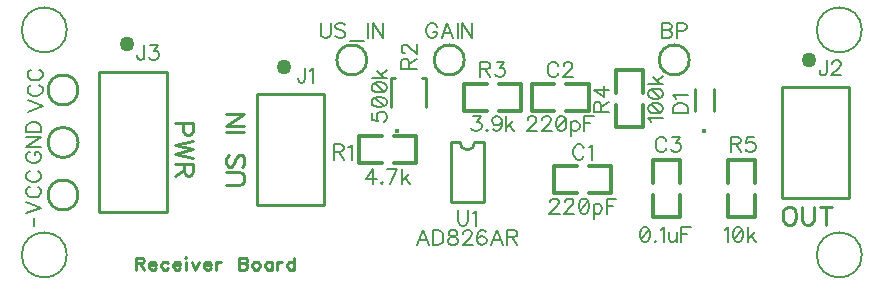
<source format=gbr>
G04 DipTrace 3.3.1.3*
G04 TopSilk.gbr*
%MOIN*%
G04 #@! TF.FileFunction,Legend,Top*
G04 #@! TF.Part,Single*
%ADD10C,0.009843*%
%ADD18C,0.005*%
%ADD20C,0.012*%
%ADD24C,0.015749*%
%ADD26C,0.049984*%
%ADD29C,0.049984*%
%ADD30C,0.015748*%
%ADD33C,0.01*%
%ADD65C,0.00772*%
%ADD66C,0.009264*%
%ADD67C,0.008749*%
%FSLAX26Y26*%
G04*
G70*
G90*
G75*
G01*
G04 TopSilk*
%LPD*%
X112500Y300000D2*
D10*
G02X112500Y300000I50000J0D01*
G01*
X2150000Y750000D2*
G02X2150000Y750000I50000J0D01*
G01*
X1800000Y395000D2*
D20*
X1874993D1*
X1800000Y305000D2*
X1874993D1*
X1915007D2*
X1990000D1*
X1915007Y395000D2*
X1990000D1*
X1800000Y305000D2*
Y395000D1*
X1990000Y305000D2*
Y395000D1*
X1725000Y670000D2*
X1799993D1*
X1725000Y580000D2*
X1799993D1*
X1840007D2*
X1915000D1*
X1840007Y670000D2*
X1915000D1*
X1725000Y580000D2*
Y670000D1*
X1915000Y580000D2*
Y670000D1*
X2130000Y225000D2*
Y299993D1*
X2220000Y225000D2*
Y299993D1*
Y340007D2*
Y415000D1*
X2130000Y340007D2*
Y415000D1*
X2220000Y225000D2*
X2130000D1*
X2220000Y415000D2*
X2130000D1*
X2268501Y581488D2*
D10*
Y652367D1*
X2331496Y581488D2*
Y652367D1*
D24*
X2299999Y512598D3*
X1400000Y750000D2*
D10*
G02X1400000Y750000I50000J0D01*
G01*
X112500Y475000D2*
G02X112500Y475000I50000J0D01*
G01*
X1033858Y635833D2*
X807480D1*
Y265748D1*
X1033858D1*
Y635833D1*
D26*
X900001Y725784D3*
X2783858Y660833D2*
D10*
X2557480D1*
Y290748D1*
X2783858D1*
Y660833D1*
D26*
X2650001Y750784D3*
X508858Y710834D2*
D10*
X282480D1*
Y242323D1*
X508858D1*
Y710834D1*
D29*
X375001Y801569D3*
X1150000Y495000D2*
D20*
X1224993D1*
X1150000Y405000D2*
X1224993D1*
X1265007D2*
X1340000D1*
X1265007Y495000D2*
X1340000D1*
X1150000Y405000D2*
Y495000D1*
X1340000Y405000D2*
Y495000D1*
X1255309Y594629D2*
D10*
Y690680D1*
X1373431Y594629D2*
X1373419Y690680D1*
X1255321D2*
X1269091Y690700D1*
X1373431Y690680D2*
X1359649Y690700D1*
D30*
X1275000Y513405D3*
X1500000Y670000D2*
D20*
X1574993D1*
X1500000Y580000D2*
X1574993D1*
X1615007D2*
X1690000D1*
X1615007Y670000D2*
X1690000D1*
X1500000Y580000D2*
Y670000D1*
X1690000Y580000D2*
Y670000D1*
X2005000Y525000D2*
Y599993D1*
X2095000Y525000D2*
Y599993D1*
Y640007D2*
Y715000D1*
X2005000Y640007D2*
Y715000D1*
X2095000Y525000D2*
X2005000D1*
X2095000Y715000D2*
X2005000D1*
X2380000Y225000D2*
Y299993D1*
X2470000Y225000D2*
Y299993D1*
Y340007D2*
Y415000D1*
X2380000Y340007D2*
Y415000D1*
X2470000Y225000D2*
X2380000D1*
X2470000Y415000D2*
X2380000D1*
X1485010Y475000D2*
D33*
G03X1534990Y475000I24990J-10D01*
G01*
X1455010Y275000D2*
X1564990D1*
X1455010D2*
Y475000D1*
X1564990Y275000D2*
Y475000D1*
X1534990D2*
X1564990D1*
X1455010D2*
X1485010D1*
X1075000Y750000D2*
D10*
G02X1075000Y750000I50000J0D01*
G01*
X112500Y650000D2*
G02X112500Y650000I50000J0D01*
G01*
X25000Y850000D2*
D18*
G02X25000Y850000I75000J0D01*
G01*
Y100001D2*
G02X25000Y100001I74999J0D01*
G01*
X2675000Y850000D2*
G02X2675000Y850000I75000J0D01*
G01*
Y100000D2*
G02X2675000Y100000I75000J0D01*
G01*
X64425Y195531D2*
D65*
Y223165D1*
X39277Y238605D2*
X89517Y257728D1*
X39277Y276851D1*
X51215Y328160D2*
X46462Y325784D1*
X41654Y320975D1*
X39277Y316222D1*
Y306660D1*
X41654Y301852D1*
X46462Y297099D1*
X51215Y294667D1*
X58400Y292290D1*
X70394D1*
X77523Y294667D1*
X82332Y297099D1*
X87085Y301852D1*
X89517Y306660D1*
Y316222D1*
X87085Y320975D1*
X82332Y325784D1*
X77523Y328160D1*
X51215Y379469D2*
X46462Y377093D1*
X41654Y372284D1*
X39277Y367531D1*
Y357970D1*
X41654Y353161D1*
X46462Y348408D1*
X51215Y345976D1*
X58400Y343600D1*
X70394D1*
X77523Y345976D1*
X82332Y348408D1*
X87085Y353161D1*
X89517Y357970D1*
Y367531D1*
X87085Y372284D1*
X82332Y377093D1*
X77523Y379469D1*
X2158787Y873223D2*
Y822983D1*
X2180342D1*
X2187527Y825415D1*
X2189904Y827792D1*
X2192280Y832545D1*
Y839730D1*
X2189904Y844538D1*
X2187527Y846915D1*
X2180342Y849291D1*
X2187527Y851723D1*
X2189904Y854100D1*
X2192280Y858853D1*
Y863661D1*
X2189904Y868415D1*
X2187527Y870846D1*
X2180342Y873223D1*
X2158787D1*
Y849291D2*
X2180342D1*
X2207720Y846915D2*
X2229275D1*
X2236405Y849291D1*
X2238836Y851723D1*
X2241213Y856476D1*
Y863661D1*
X2238836Y868415D1*
X2236405Y870846D1*
X2229275Y873223D1*
X2207720D1*
Y822983D1*
X1899219Y456285D2*
X1896842Y461038D1*
X1892034Y465846D1*
X1887280Y468223D1*
X1877719D1*
X1872910Y465846D1*
X1868157Y461038D1*
X1865725Y456285D1*
X1863349Y449100D1*
Y437106D1*
X1865725Y429977D1*
X1868157Y425168D1*
X1872910Y420415D1*
X1877719Y417983D1*
X1887280D1*
X1892034Y420415D1*
X1896842Y425168D1*
X1899219Y429977D1*
X1914658Y458606D2*
X1919466Y461038D1*
X1926651Y468168D1*
Y417983D1*
X1786385Y276048D2*
Y278424D1*
X1788761Y283233D1*
X1791138Y285609D1*
X1795947Y287986D1*
X1805508D1*
X1810261Y285609D1*
X1812638Y283233D1*
X1815070Y278424D1*
Y273671D1*
X1812638Y268863D1*
X1807885Y261733D1*
X1783953Y237801D1*
X1817446D1*
X1835317Y276048D2*
Y278424D1*
X1837694Y283233D1*
X1840071Y285609D1*
X1844879Y287986D1*
X1854441D1*
X1859194Y285609D1*
X1861571Y283233D1*
X1864002Y278424D1*
Y273671D1*
X1861571Y268863D1*
X1856817Y261733D1*
X1832886Y237801D1*
X1866379D1*
X1896188Y287986D2*
X1889003Y285609D1*
X1884195Y278424D1*
X1881818Y266486D1*
Y259301D1*
X1884195Y247363D1*
X1889003Y240178D1*
X1896188Y237801D1*
X1900941D1*
X1908127Y240178D1*
X1912880Y247363D1*
X1915312Y259301D1*
Y266486D1*
X1912880Y278424D1*
X1908127Y285609D1*
X1900941Y287986D1*
X1896188D1*
X1912880Y278424D2*
X1884195Y247363D1*
X1930751Y271295D2*
Y221055D1*
Y264110D2*
X1935559Y268863D1*
X1940312Y271295D1*
X1947497D1*
X1952306Y268863D1*
X1957059Y264110D1*
X1959491Y256925D1*
Y252116D1*
X1957059Y244986D1*
X1952306Y240178D1*
X1947497Y237801D1*
X1940312D1*
X1935559Y240178D1*
X1930751Y244986D1*
X2006047Y288041D2*
X1974930D1*
Y237801D1*
Y264110D2*
X1994053D1*
X1813469Y731285D2*
X1811092Y736038D1*
X1806284Y740846D1*
X1801530Y743223D1*
X1791969D1*
X1787160Y740846D1*
X1782407Y736038D1*
X1779975Y731285D1*
X1777599Y724100D1*
Y712106D1*
X1779975Y704977D1*
X1782407Y700168D1*
X1787160Y695415D1*
X1791969Y692983D1*
X1801530D1*
X1806284Y695415D1*
X1811092Y700168D1*
X1813469Y704977D1*
X1831340Y731230D2*
Y733606D1*
X1833716Y738415D1*
X1836093Y740791D1*
X1840901Y743168D1*
X1850463D1*
X1855216Y740791D1*
X1857593Y738415D1*
X1860025Y733606D1*
Y728853D1*
X1857593Y724045D1*
X1852840Y716915D1*
X1828908Y692983D1*
X1862401D1*
X1711385Y551048D2*
Y553424D1*
X1713761Y558233D1*
X1716138Y560609D1*
X1720947Y562986D1*
X1730508D1*
X1735261Y560609D1*
X1737638Y558233D1*
X1740070Y553424D1*
Y548671D1*
X1737638Y543863D1*
X1732885Y536733D1*
X1708953Y512801D1*
X1742446D1*
X1760317Y551048D2*
Y553424D1*
X1762694Y558233D1*
X1765071Y560609D1*
X1769879Y562986D1*
X1779441D1*
X1784194Y560609D1*
X1786571Y558233D1*
X1789002Y553424D1*
Y548671D1*
X1786571Y543863D1*
X1781817Y536733D1*
X1757886Y512801D1*
X1791379D1*
X1821188Y562986D2*
X1814003Y560609D1*
X1809195Y553424D1*
X1806818Y541486D1*
Y534301D1*
X1809195Y522363D1*
X1814003Y515178D1*
X1821188Y512801D1*
X1825941D1*
X1833127Y515178D1*
X1837880Y522363D1*
X1840312Y534301D1*
Y541486D1*
X1837880Y553424D1*
X1833127Y560609D1*
X1825941Y562986D1*
X1821188D1*
X1837880Y553424D2*
X1809195Y522363D1*
X1855751Y546295D2*
Y496055D1*
Y539110D2*
X1860559Y543863D1*
X1865312Y546295D1*
X1872497D1*
X1877306Y543863D1*
X1882059Y539110D1*
X1884491Y531925D1*
Y527116D1*
X1882059Y519986D1*
X1877306Y515178D1*
X1872497Y512801D1*
X1865312D1*
X1860559Y515178D1*
X1855751Y519986D1*
X1931047Y563041D2*
X1899930D1*
Y512801D1*
Y539110D2*
X1919053D1*
X2173469Y481285D2*
X2171092Y486038D1*
X2166284Y490846D1*
X2161530Y493223D1*
X2151969D1*
X2147160Y490846D1*
X2142407Y486038D1*
X2139975Y481285D1*
X2137599Y474100D1*
Y462106D1*
X2139975Y454977D1*
X2142407Y450168D1*
X2147160Y445415D1*
X2151969Y442983D1*
X2161530D1*
X2166284Y445415D1*
X2171092Y450168D1*
X2173469Y454977D1*
X2193716Y493168D2*
X2219969D1*
X2205655Y474045D1*
X2212840D1*
X2217593Y471668D1*
X2219969Y469291D1*
X2222401Y462106D1*
Y457353D1*
X2219969Y450168D1*
X2215216Y445360D1*
X2208031Y442983D1*
X2200846D1*
X2193716Y445360D1*
X2191340Y447792D1*
X2188908Y452545D1*
X2099631Y193168D2*
X2092446Y190791D1*
X2087638Y183606D1*
X2085261Y171668D1*
Y164483D1*
X2087638Y152545D1*
X2092446Y145360D1*
X2099631Y142983D1*
X2104385D1*
X2111570Y145360D1*
X2116323Y152545D1*
X2118755Y164483D1*
Y171668D1*
X2116323Y183606D1*
X2111570Y190791D1*
X2104385Y193168D1*
X2099631D1*
X2116323Y183606D2*
X2087638Y152545D1*
X2136571Y147792D2*
X2134194Y145360D1*
X2136571Y142983D1*
X2139002Y145360D1*
X2136571Y147792D1*
X2154442Y183606D2*
X2159250Y186038D1*
X2166435Y193168D1*
Y142983D1*
X2181874Y176476D2*
Y152545D1*
X2184251Y145415D1*
X2189059Y142983D1*
X2196244D1*
X2200998Y145415D1*
X2208183Y152545D1*
Y176476D2*
Y142983D1*
X2254739Y193223D2*
X2223622D1*
Y142983D1*
Y169291D2*
X2242745D1*
X2195278Y571702D2*
X2245518D1*
Y588449D1*
X2243086Y595634D1*
X2238333Y600443D1*
X2233525Y602819D1*
X2226395Y605196D1*
X2214402D1*
X2207217Y602819D1*
X2202463Y600443D1*
X2197655Y595634D1*
X2195278Y588449D1*
Y571702D1*
X2204895Y620635D2*
X2202463Y625443D1*
X2195334Y632628D1*
X2245518D1*
X1408879Y861285D2*
X1406502Y866038D1*
X1401693Y870846D1*
X1396940Y873223D1*
X1387379D1*
X1382570Y870846D1*
X1377817Y866038D1*
X1375385Y861285D1*
X1373009Y854100D1*
Y842106D1*
X1375385Y834977D1*
X1377817Y830168D1*
X1382570Y825415D1*
X1387379Y822983D1*
X1396940D1*
X1401693Y825415D1*
X1406502Y830168D1*
X1408879Y834977D1*
Y842106D1*
X1396940D1*
X1462620Y822983D2*
X1443441Y873223D1*
X1424318Y822983D1*
X1431503Y839730D2*
X1455435D1*
X1478059Y873223D2*
Y822983D1*
X1526991Y873223D2*
Y822983D1*
X1493498Y873223D1*
Y822983D1*
X51215Y444002D2*
X46462Y441626D1*
X41654Y436817D1*
X39277Y432064D1*
Y422503D1*
X41654Y417694D1*
X46462Y412941D1*
X51215Y410509D1*
X58400Y408133D1*
X70394D1*
X77523Y410509D1*
X82332Y412941D1*
X87085Y417694D1*
X89517Y422503D1*
Y432064D1*
X87085Y436817D1*
X82332Y441626D1*
X77524Y444002D1*
X70394D1*
Y432064D1*
X39277Y492935D2*
X89517D1*
X39277Y459442D1*
X89517D1*
X39277Y508374D2*
X89517D1*
Y525121D1*
X87085Y532306D1*
X82332Y537114D1*
X77523Y539491D1*
X70394Y541868D1*
X58400D1*
X51215Y539491D1*
X46462Y537114D1*
X41654Y532306D1*
X39277Y525121D1*
Y508374D1*
X968919Y724010D2*
Y685764D1*
X966542Y678579D1*
X964110Y676202D1*
X959357Y673770D1*
X954549D1*
X949796Y676202D1*
X947419Y678579D1*
X944987Y685764D1*
Y690517D1*
X984358Y714394D2*
X989166Y716825D1*
X996352Y723955D1*
Y673770D1*
X2708169Y749010D2*
Y710764D1*
X2705792Y703579D1*
X2703360Y701202D1*
X2698607Y698770D1*
X2693799D1*
X2689046Y701202D1*
X2686669Y703579D1*
X2684237Y710764D1*
Y715517D1*
X2726040Y737017D2*
Y739394D1*
X2728417Y744202D1*
X2730793Y746579D1*
X2735602Y748955D1*
X2745163D1*
X2749916Y746579D1*
X2752293Y744202D1*
X2754725Y739394D1*
Y734640D1*
X2752293Y729832D1*
X2747540Y722702D1*
X2723608Y698770D1*
X2757101D1*
X433169Y799798D2*
Y761551D1*
X430792Y754366D1*
X428360Y751990D1*
X423607Y749558D1*
X418799D1*
X414046Y751990D1*
X411669Y754366D1*
X409237Y761551D1*
Y766305D1*
X453417Y799743D2*
X479670D1*
X465355Y780619D1*
X472540D1*
X477293Y778243D1*
X479670Y775866D1*
X482101Y768681D1*
Y763928D1*
X479670Y756743D1*
X474916Y751934D1*
X467731Y749558D1*
X460546D1*
X453417Y751934D1*
X451040Y754366D1*
X448608Y759120D1*
X1064537Y444291D2*
X1086037D1*
X1093222Y446723D1*
X1095654Y449100D1*
X1098030Y453853D1*
Y458661D1*
X1095654Y463415D1*
X1093222Y465846D1*
X1086037Y468223D1*
X1064537D1*
Y417983D1*
X1081284Y444291D2*
X1098030Y417983D1*
X1113470Y458606D2*
X1118278Y461038D1*
X1125463Y468168D1*
Y417983D1*
X1195533Y337801D2*
Y387986D1*
X1171601Y354548D1*
X1207471D1*
X1225287Y342610D2*
X1222910Y340178D1*
X1225287Y337801D1*
X1227719Y340178D1*
X1225287Y342610D1*
X1252720Y337801D2*
X1276651Y387986D1*
X1243158D1*
X1292091Y388041D2*
Y337801D1*
X1316022Y371295D2*
X1292091Y347363D1*
X1301652Y356925D2*
X1318399Y337801D1*
X1314587Y720949D2*
Y742448D1*
X1312155Y749633D1*
X1309778Y752065D1*
X1305025Y754442D1*
X1300217D1*
X1295463Y752065D1*
X1293032Y749633D1*
X1290655Y742448D1*
Y720949D1*
X1340895D1*
X1314587Y737695D2*
X1340895Y754442D1*
X1302648Y772313D2*
X1300272D1*
X1295463Y774690D1*
X1293087Y777066D1*
X1290710Y781875D1*
Y791436D1*
X1293087Y796189D1*
X1295463Y798566D1*
X1300272Y800998D1*
X1305025D1*
X1309833Y798566D1*
X1316963Y793813D1*
X1340895Y769881D1*
Y803374D1*
X1191202Y572657D2*
Y548780D1*
X1212702Y546404D1*
X1210326Y548780D1*
X1207894Y555966D1*
Y563095D1*
X1210326Y570280D1*
X1215079Y575089D1*
X1222264Y577465D1*
X1227017D1*
X1234202Y575089D1*
X1239010Y570280D1*
X1241387Y563095D1*
Y555965D1*
X1239010Y548780D1*
X1236579Y546404D1*
X1231825Y543972D1*
X1191202Y607275D2*
X1193579Y600090D1*
X1200764Y595281D1*
X1212702Y592905D1*
X1219887D1*
X1231825Y595281D1*
X1239010Y600090D1*
X1241387Y607275D1*
Y612028D1*
X1239010Y619213D1*
X1231825Y623966D1*
X1219887Y626398D1*
X1212702D1*
X1200764Y623966D1*
X1193579Y619213D1*
X1191202Y612028D1*
Y607275D1*
X1200764Y623966D2*
X1231825Y595281D1*
X1191202Y656207D2*
X1193579Y649022D1*
X1200764Y644214D1*
X1212702Y641837D1*
X1219887D1*
X1231825Y644214D1*
X1239010Y649022D1*
X1241387Y656207D1*
Y660960D1*
X1239010Y668145D1*
X1231825Y672899D1*
X1219887Y675330D1*
X1212702D1*
X1200764Y672899D1*
X1193579Y668145D1*
X1191202Y660960D1*
Y656207D1*
X1200764Y672899D2*
X1231825Y644214D1*
X1191147Y690770D2*
X1241387D1*
X1207894Y714701D2*
X1231825Y690770D1*
X1222264Y700331D2*
X1241387Y717078D1*
X1553787Y719291D2*
X1575287D1*
X1582472Y721723D1*
X1584904Y724100D1*
X1587280Y728853D1*
Y733661D1*
X1584904Y738415D1*
X1582472Y740846D1*
X1575287Y743223D1*
X1553787D1*
Y692983D1*
X1570534Y719291D2*
X1587280Y692983D1*
X1607528Y743168D2*
X1633781D1*
X1619466Y724045D1*
X1626651D1*
X1631405Y721668D1*
X1633781Y719291D1*
X1636213Y712106D1*
Y707353D1*
X1633781Y700168D1*
X1629028Y695360D1*
X1621843Y692983D1*
X1614658D1*
X1607528Y695360D1*
X1605151Y697792D1*
X1602720Y702545D1*
X1528786Y562986D2*
X1555039D1*
X1540724Y543863D1*
X1547909D1*
X1552663Y541486D1*
X1555039Y539110D1*
X1557471Y531925D1*
Y527171D1*
X1555039Y519986D1*
X1550286Y515178D1*
X1543101Y512801D1*
X1535916D1*
X1528786Y515178D1*
X1526410Y517610D1*
X1523978Y522363D1*
X1575287Y517610D2*
X1572910Y515178D1*
X1575287Y512801D1*
X1577719Y515178D1*
X1575287Y517610D1*
X1624275Y546295D2*
X1621843Y539110D1*
X1617090Y534301D1*
X1609905Y531925D1*
X1607528D1*
X1600343Y534301D1*
X1595590Y539110D1*
X1593158Y546295D1*
Y548671D1*
X1595590Y555856D1*
X1600343Y560609D1*
X1607528Y562986D1*
X1609905D1*
X1617090Y560609D1*
X1621843Y555856D1*
X1624275Y546295D1*
Y534301D1*
X1621843Y522363D1*
X1617090Y515178D1*
X1609905Y512801D1*
X1605151D1*
X1597966Y515178D1*
X1595590Y519986D1*
X1639714Y563041D2*
Y512801D1*
X1663646Y546295D2*
X1639714Y522363D1*
X1649276Y531925D2*
X1666022Y512801D1*
X1955709Y577599D2*
Y599099D1*
X1953277Y606284D1*
X1950900Y608716D1*
X1946147Y611092D1*
X1941339D1*
X1936585Y608716D1*
X1934154Y606284D1*
X1931777Y599099D1*
Y577599D1*
X1982017D1*
X1955709Y594346D2*
X1982017Y611092D1*
Y650463D2*
X1931832D1*
X1965270Y626531D1*
Y662401D1*
X2121576Y544197D2*
X2119144Y549005D1*
X2112014Y556191D1*
X2162199Y556190D1*
X2112014Y586000D2*
X2114391Y578815D1*
X2121576Y574006D1*
X2133514Y571630D1*
X2140699D1*
X2152637Y574006D1*
X2159822Y578815D1*
X2162199Y586000D1*
Y590753D1*
X2159822Y597938D1*
X2152637Y602691D1*
X2140699Y605123D1*
X2133514D1*
X2121576Y602691D1*
X2114391Y597938D1*
X2112014Y590753D1*
Y586000D1*
X2121576Y602691D2*
X2152637Y574006D1*
X2112014Y634932D2*
X2114391Y627747D1*
X2121576Y622939D1*
X2133514Y620562D1*
X2140699D1*
X2152637Y622939D1*
X2159822Y627747D1*
X2162199Y634932D1*
Y639685D1*
X2159822Y646871D1*
X2152637Y651624D1*
X2140699Y654056D1*
X2133514D1*
X2121576Y651624D1*
X2114391Y646871D1*
X2112014Y639686D1*
Y634932D1*
X2121576Y651624D2*
X2152637Y622939D1*
X2111959Y669495D2*
X2162199D1*
X2128705Y693427D2*
X2152637Y669495D1*
X2143075Y679056D2*
X2162199Y695803D1*
X2388787Y469291D2*
X2410287D1*
X2417472Y471723D1*
X2419904Y474100D1*
X2422280Y478853D1*
Y483661D1*
X2419904Y488415D1*
X2417472Y490846D1*
X2410287Y493223D1*
X2388787D1*
Y442983D1*
X2405534Y469291D2*
X2422280Y442983D1*
X2466405Y493168D2*
X2442528D1*
X2440151Y471668D1*
X2442528Y474045D1*
X2449713Y476476D1*
X2456843D1*
X2464028Y474045D1*
X2468836Y469291D1*
X2471213Y462106D1*
Y457353D1*
X2468836Y450168D1*
X2464028Y445360D1*
X2456843Y442983D1*
X2449713D1*
X2442528Y445360D1*
X2440151Y447792D1*
X2437720Y452545D1*
X2368663Y183606D2*
X2373472Y186038D1*
X2380657Y193168D1*
Y142983D1*
X2410466Y193168D2*
X2403281Y190791D1*
X2398473Y183606D1*
X2396096Y171668D1*
Y164483D1*
X2398473Y152545D1*
X2403281Y145360D1*
X2410466Y142983D1*
X2415219D1*
X2422404Y145360D1*
X2427157Y152545D1*
X2429589Y164483D1*
Y171668D1*
X2427157Y183606D1*
X2422404Y190791D1*
X2415219Y193168D1*
X2410466D1*
X2427157Y183606D2*
X2398473Y152545D1*
X2445029Y193223D2*
Y142983D1*
X2468960Y176476D2*
X2445029Y152545D1*
X2454590Y162106D2*
X2471337Y142983D1*
X1479537Y248223D2*
Y212353D1*
X1481914Y205168D1*
X1486722Y200415D1*
X1493907Y197983D1*
X1498660D1*
X1505845Y200415D1*
X1510654Y205168D1*
X1513030Y212353D1*
Y248223D1*
X1528470Y238606D2*
X1533278Y241038D1*
X1540463Y248168D1*
Y197983D1*
X1381192Y132801D2*
X1362014Y183041D1*
X1342891Y132801D1*
X1350076Y149548D2*
X1374007D1*
X1396632Y183041D2*
Y132801D1*
X1413378D1*
X1420563Y135233D1*
X1425372Y139986D1*
X1427748Y144795D1*
X1430125Y151925D1*
Y163918D1*
X1427748Y171103D1*
X1425372Y175856D1*
X1420563Y180665D1*
X1413378Y183041D1*
X1396632D1*
X1457503Y182986D2*
X1450373Y180609D1*
X1447941Y175856D1*
Y171048D1*
X1450373Y166295D1*
X1455126Y163863D1*
X1464688Y161486D1*
X1471873Y159110D1*
X1476626Y154301D1*
X1479002Y149548D1*
Y142363D1*
X1476626Y137610D1*
X1474249Y135178D1*
X1467064Y132801D1*
X1457503D1*
X1450373Y135178D1*
X1447941Y137610D1*
X1445564Y142363D1*
Y149548D1*
X1447941Y154301D1*
X1452749Y159110D1*
X1459879Y161486D1*
X1469441Y163863D1*
X1474249Y166295D1*
X1476626Y171048D1*
Y175856D1*
X1474249Y180609D1*
X1467064Y182986D1*
X1457503D1*
X1496873Y171048D2*
Y173424D1*
X1499250Y178233D1*
X1501627Y180609D1*
X1506435Y182986D1*
X1515997D1*
X1520750Y180609D1*
X1523127Y178233D1*
X1525558Y173424D1*
Y168671D1*
X1523127Y163863D1*
X1518373Y156733D1*
X1494442Y132801D1*
X1527935D1*
X1572059Y175856D2*
X1569683Y180609D1*
X1562497Y182986D1*
X1557744D1*
X1550559Y180609D1*
X1545751Y173424D1*
X1543374Y161486D1*
Y149548D1*
X1545751Y139986D1*
X1550559Y135178D1*
X1557744Y132801D1*
X1560121D1*
X1567251Y135178D1*
X1572059Y139986D1*
X1574436Y147171D1*
Y149548D1*
X1572059Y156733D1*
X1567251Y161486D1*
X1560121Y163863D1*
X1557744D1*
X1550559Y161486D1*
X1545751Y156733D1*
X1543374Y149548D1*
X1628177Y132801D2*
X1608998Y183041D1*
X1589875Y132801D1*
X1597060Y149548D2*
X1620992D1*
X1643616Y159110D2*
X1665116D1*
X1672301Y161541D1*
X1674733Y163918D1*
X1677109Y168671D1*
Y173480D1*
X1674733Y178233D1*
X1672301Y180665D1*
X1665116Y183041D1*
X1643616D1*
Y132801D1*
X1660363Y159110D2*
X1677109Y132801D1*
X1021166Y873223D2*
Y837353D1*
X1023542Y830168D1*
X1028351Y825415D1*
X1035536Y822983D1*
X1040289D1*
X1047474Y825415D1*
X1052282Y830168D1*
X1054659Y837353D1*
Y873223D1*
X1103592Y866038D2*
X1098838Y870846D1*
X1091653Y873223D1*
X1082092D1*
X1074907Y870846D1*
X1070098Y866038D1*
Y861285D1*
X1072530Y856476D1*
X1074907Y854100D1*
X1079660Y851723D1*
X1094030Y846915D1*
X1098838Y844538D1*
X1101215Y842106D1*
X1103592Y837353D1*
Y830168D1*
X1098838Y825415D1*
X1091653Y822983D1*
X1082092D1*
X1074907Y825415D1*
X1070098Y830168D1*
X1119031Y814693D2*
X1164462D1*
X1179902Y873223D2*
Y822983D1*
X1228834Y873223D2*
Y822983D1*
X1195341Y873223D1*
Y822983D1*
X44269Y577246D2*
X94509Y596369D1*
X44269Y615493D1*
X56207Y666802D2*
X51454Y664425D1*
X46646Y659617D1*
X44269Y654864D1*
Y645302D1*
X46646Y640494D1*
X51454Y635740D1*
X56207Y633308D1*
X63392Y630932D1*
X75386D1*
X82516Y633308D1*
X87324Y635740D1*
X92077Y640493D1*
X94509Y645302D1*
Y654864D1*
X92077Y659617D1*
X87324Y664425D1*
X82516Y666802D1*
X56207Y718111D2*
X51454Y715734D1*
X46646Y710926D1*
X44269Y706173D1*
Y696611D1*
X46646Y691803D1*
X51454Y687049D1*
X56207Y684618D1*
X63392Y682241D1*
X75386D1*
X82516Y684618D1*
X87324Y687049D1*
X92077Y691803D1*
X94509Y696611D1*
Y706173D1*
X92077Y710926D1*
X87324Y715734D1*
X82516Y718111D1*
X563081Y539503D2*
D66*
Y513637D1*
X565933Y505081D1*
X568851Y502163D1*
X574555Y499311D1*
X583177D1*
X588881Y502163D1*
X591799Y505081D1*
X594651Y513637D1*
Y539503D1*
X534363D1*
X594651Y480784D2*
X534363Y466392D1*
X594651Y452066D1*
X534363Y437740D1*
X594651Y423348D1*
X565933Y404821D2*
Y379021D1*
X568851Y370399D1*
X571703Y367481D1*
X577407Y364629D1*
X583177D1*
X588881Y367481D1*
X591799Y370399D1*
X594651Y379021D1*
Y404821D1*
X534363D1*
X565933Y384725D2*
X534363Y364629D1*
X706936Y334829D2*
X749980D1*
X758602Y337681D1*
X764306Y343451D1*
X767224Y352073D1*
Y357777D1*
X764306Y366399D1*
X758602Y372169D1*
X749980Y375021D1*
X706936D1*
X715558Y433740D2*
X709788Y428036D1*
X706936Y419414D1*
Y407940D1*
X709788Y399318D1*
X715558Y393548D1*
X721262D1*
X727032Y396466D1*
X729884Y399318D1*
X732736Y405022D1*
X738506Y422266D1*
X741358Y428036D1*
X744276Y430888D1*
X749980Y433740D1*
X758602D1*
X764306Y428036D1*
X767224Y419414D1*
Y407940D1*
X764306Y399318D1*
X758602Y393548D1*
X706936Y510588D2*
X767224D1*
X706936Y569307D2*
X767224D1*
X706936Y529115D1*
X767224D1*
X2578200Y260825D2*
X2572430Y257974D1*
X2566726Y252203D1*
X2563808Y246500D1*
X2560956Y237878D1*
Y223485D1*
X2563808Y214930D1*
X2566726Y209159D1*
X2572430Y203456D1*
X2578200Y200537D1*
X2589674D1*
X2595378Y203456D1*
X2601148Y209159D1*
X2604000Y214930D1*
X2606852Y223485D1*
Y237878D1*
X2604000Y246500D1*
X2601148Y252203D1*
X2595378Y257974D1*
X2589674Y260825D1*
X2578200D1*
X2625379D2*
Y217782D1*
X2628231Y209159D1*
X2634001Y203456D1*
X2642623Y200537D1*
X2648327D1*
X2656949Y203456D1*
X2662719Y209159D1*
X2665571Y217782D1*
Y260825D1*
X2704194D2*
Y200537D1*
X2684098Y260825D2*
X2724290D1*
X404449Y72177D2*
D67*
X421649D1*
X427397Y74122D1*
X429343Y76024D1*
X431244Y79826D1*
Y83673D1*
X429343Y87476D1*
X427397Y89421D1*
X421649Y91322D1*
X404449D1*
Y51130D1*
X417847Y72177D2*
X431244Y51130D1*
X448742Y66429D2*
X471690D1*
Y70276D1*
X469788Y74122D1*
X467887Y76024D1*
X464040Y77925D1*
X458292D1*
X454490Y76024D1*
X450643Y72177D1*
X448742Y66429D1*
Y62626D1*
X450643Y56878D1*
X454490Y53076D1*
X458292Y51130D1*
X464040D1*
X467887Y53076D1*
X471690Y56878D1*
X512180Y72177D2*
X508333Y76024D1*
X504486Y77925D1*
X498782D1*
X494935Y76024D1*
X491133Y72177D1*
X489187Y66429D1*
Y62626D1*
X491133Y56878D1*
X494935Y53076D1*
X498782Y51130D1*
X504486D1*
X508333Y53076D1*
X512180Y56878D1*
X529677Y66429D2*
X552625D1*
Y70276D1*
X550724Y74122D1*
X548823Y76024D1*
X544976Y77925D1*
X539228D1*
X535425Y76024D1*
X531579Y72177D1*
X529677Y66429D1*
Y62626D1*
X531579Y56878D1*
X535425Y53076D1*
X539228Y51130D1*
X544976D1*
X548823Y53076D1*
X552625Y56878D1*
X570123Y91322D2*
X572024Y89421D1*
X573970Y91322D1*
X572024Y93268D1*
X570123Y91322D1*
X572024Y77925D2*
Y51130D1*
X591468Y77925D2*
X602964Y51130D1*
X614416Y77925D1*
X631913Y66429D2*
X654861D1*
Y70276D1*
X652960Y74122D1*
X651059Y76024D1*
X647212Y77925D1*
X641464D1*
X637661Y76024D1*
X633815Y72177D1*
X631913Y66429D1*
Y62626D1*
X633815Y56878D1*
X637661Y53076D1*
X641464Y51130D1*
X647212D1*
X651059Y53076D1*
X654861Y56878D1*
X672359Y77925D2*
Y51130D1*
Y66429D2*
X674305Y72177D1*
X678107Y76024D1*
X681954Y77925D1*
X687702D1*
X749227Y91322D2*
Y51130D1*
X766471D1*
X772219Y53076D1*
X774120Y54977D1*
X776022Y58780D1*
Y64528D1*
X774120Y68374D1*
X772219Y70276D1*
X766471Y72177D1*
X772219Y74122D1*
X774120Y76024D1*
X776022Y79826D1*
Y83673D1*
X774120Y87476D1*
X772219Y89421D1*
X766471Y91322D1*
X749227D1*
Y72177D2*
X766471D1*
X803070Y77925D2*
X799267Y76024D1*
X795421Y72177D1*
X793519Y66429D1*
Y62626D1*
X795421Y56878D1*
X799267Y53076D1*
X803070Y51130D1*
X808818D1*
X812665Y53076D1*
X816467Y56878D1*
X818413Y62626D1*
Y66429D1*
X816467Y72177D1*
X812665Y76024D1*
X808818Y77925D1*
X803070D1*
X858859D2*
Y51130D1*
Y72177D2*
X855056Y76024D1*
X851209Y77925D1*
X845505D1*
X841659Y76024D1*
X837856Y72177D1*
X835911Y66429D1*
Y62626D1*
X837856Y56878D1*
X841659Y53076D1*
X845505Y51130D1*
X851209D1*
X855056Y53076D1*
X858859Y56878D1*
X876356Y77925D2*
Y51130D1*
Y66429D2*
X878302Y72177D1*
X882104Y76024D1*
X885951Y77925D1*
X891699D1*
X932145Y91322D2*
Y51130D1*
Y72177D2*
X928342Y76024D1*
X924496Y77925D1*
X918748D1*
X914945Y76024D1*
X911098Y72177D1*
X909197Y66429D1*
Y62626D1*
X911098Y56878D1*
X914945Y53076D1*
X918748Y51130D1*
X924496D1*
X928342Y53076D1*
X932145Y56878D1*
M02*

</source>
